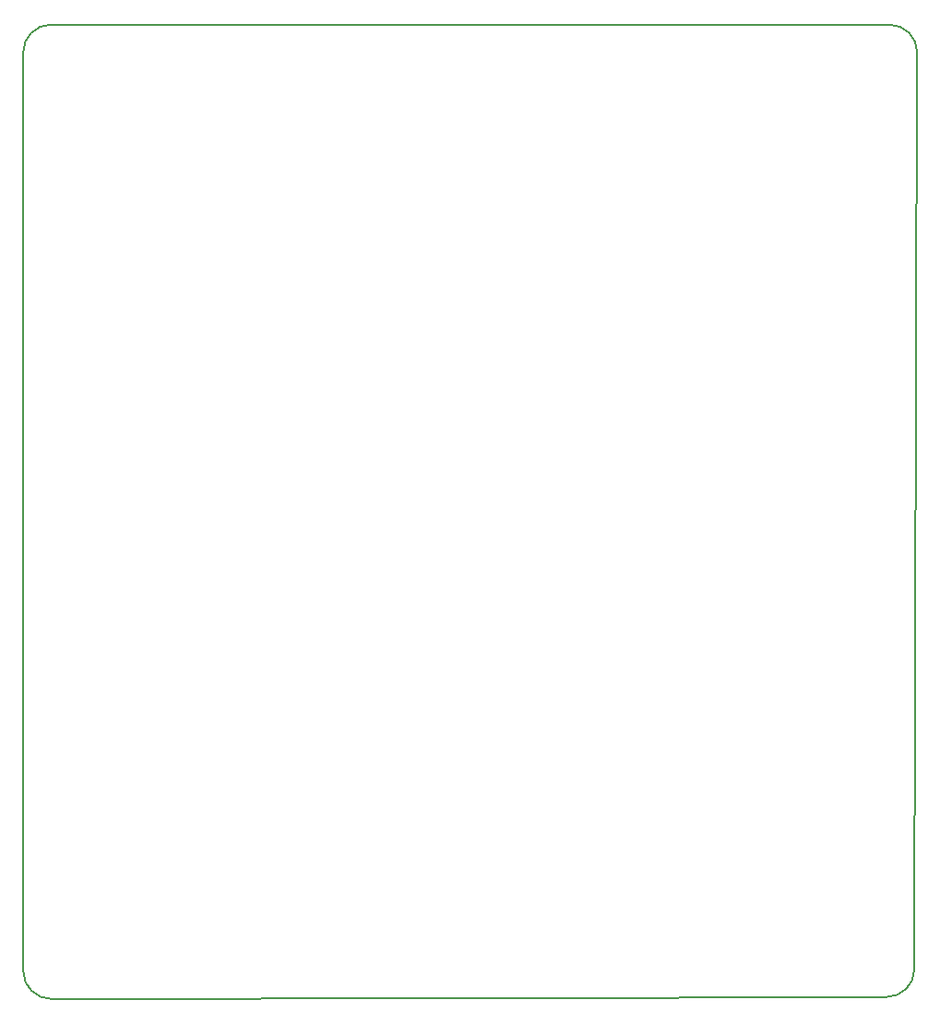
<source format=gm1>
G04 #@! TF.GenerationSoftware,KiCad,Pcbnew,5.99.0+really5.1.10+dfsg1-1*
G04 #@! TF.CreationDate,2022-01-28T19:42:34+02:00*
G04 #@! TF.ProjectId,RGBmatrix,5247426d-6174-4726-9978-2e6b69636164,rev?*
G04 #@! TF.SameCoordinates,Original*
G04 #@! TF.FileFunction,Profile,NP*
%FSLAX46Y46*%
G04 Gerber Fmt 4.6, Leading zero omitted, Abs format (unit mm)*
G04 Created by KiCad (PCBNEW 5.99.0+really5.1.10+dfsg1-1) date 2022-01-28 19:42:34*
%MOMM*%
%LPD*%
G01*
G04 APERTURE LIST*
G04 #@! TA.AperFunction,Profile*
%ADD10C,0.150000*%
G04 #@! TD*
G04 APERTURE END LIST*
D10*
X180848000Y-130898900D02*
G75*
G02*
X178308000Y-133438900I-2540000J0D01*
G01*
X101600000Y-133604000D02*
G75*
G02*
X99060000Y-131064000I0J2540000D01*
G01*
X99060000Y-46736000D02*
G75*
G02*
X101600000Y-44196000I2540000J0D01*
G01*
X178562000Y-44196000D02*
G75*
G02*
X181102000Y-46736000I0J-2540000D01*
G01*
X99060000Y-131064000D02*
X99060000Y-46736000D01*
X178308000Y-133438900D02*
X101600000Y-133604000D01*
X181102000Y-46736000D02*
X180848000Y-130898900D01*
X101600000Y-44196000D02*
X178562000Y-44196000D01*
M02*

</source>
